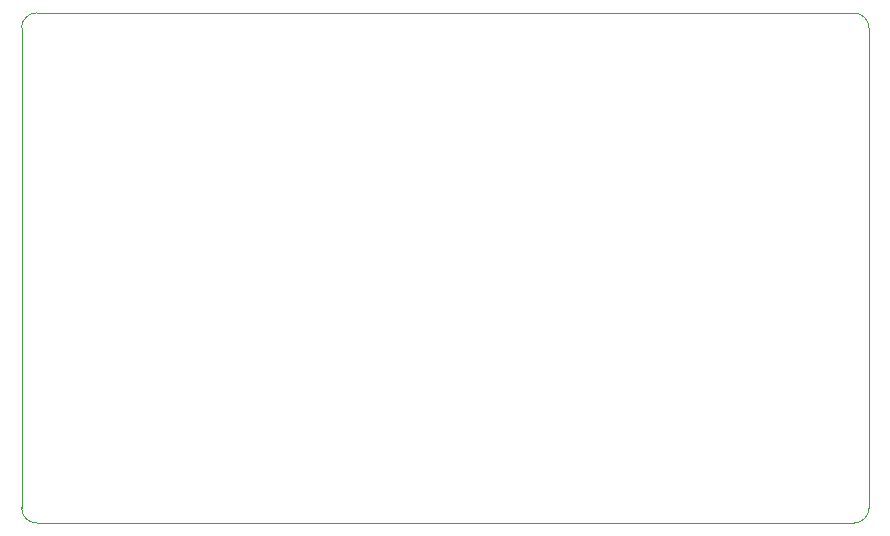
<source format=gbr>
%TF.GenerationSoftware,KiCad,Pcbnew,(6.0.0)*%
%TF.CreationDate,2022-03-21T15:13:20+09:00*%
%TF.ProjectId,MotorDriver base unit,4d6f746f-7244-4726-9976-657220626173,rev?*%
%TF.SameCoordinates,Original*%
%TF.FileFunction,Profile,NP*%
%FSLAX46Y46*%
G04 Gerber Fmt 4.6, Leading zero omitted, Abs format (unit mm)*
G04 Created by KiCad (PCBNEW (6.0.0)) date 2022-03-21 15:13:20*
%MOMM*%
%LPD*%
G01*
G04 APERTURE LIST*
%TA.AperFunction,Profile*%
%ADD10C,0.050000*%
%TD*%
G04 APERTURE END LIST*
D10*
X108585000Y-79375000D02*
G75*
G03*
X107315000Y-80645000I-1J-1269999D01*
G01*
X107315000Y-121285000D02*
X107315000Y-80645000D01*
X108585000Y-79375000D02*
X177800000Y-79375000D01*
X179070000Y-80645000D02*
X179070000Y-121285000D01*
X177800000Y-122555000D02*
X108585000Y-122555000D01*
X177800000Y-122555000D02*
G75*
G03*
X179070000Y-121285000I1J1269999D01*
G01*
X107315000Y-121285000D02*
G75*
G03*
X108585000Y-122555000I1269999J-1D01*
G01*
X179070000Y-80645000D02*
G75*
G03*
X177800000Y-79375000I-1269999J1D01*
G01*
M02*

</source>
